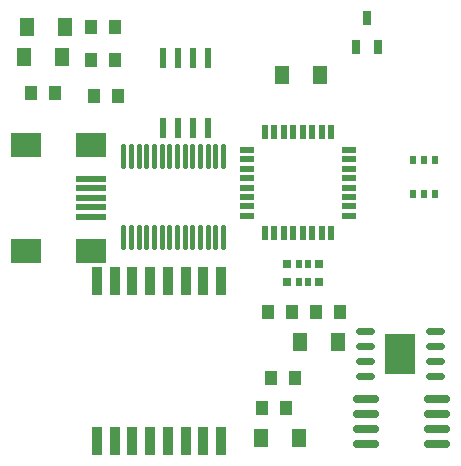
<source format=gtp>
G04 ---------------------------- Layer name :TOP PASTER LAYER*
G04 easyEDA 0.1*
G04 Scale: 100 percent, Rotated: No, Reflected: No *
G04 Dimensions in inches *
G04 leading zeros omitted , absolute positions ,2 integer and 4 * 
%FSLAX24Y24*%
%MOIN*%
G90*
G70D02*

%ADD11C,0.027559*%
%ADD12C,0.023622*%
%ADD13C,0.015748*%
%ADD15R,0.039370X0.049212*%
%ADD16R,0.029528X0.031496*%
%ADD17R,0.022835X0.031496*%
%ADD18R,0.098425X0.137790*%
%ADD19R,0.098400X0.019700*%
%ADD20R,0.098400X0.078700*%
%ADD21R,0.050000X0.022000*%
%ADD22R,0.022000X0.050000*%
%ADD23R,0.020100X0.031500*%
%ADD24R,0.020000X0.067000*%
%ADD25R,0.035433X0.094500*%
%ADD26R,0.051181X0.062992*%
%ADD27R,0.027559X0.049213*%

%LPD*%
G54D11*
G01X11554Y16700D02*
G01X12145Y16700D01*
G01X11554Y16200D02*
G01X12145Y16200D01*
G01X11554Y15700D02*
G01X12145Y15700D01*
G01X11554Y15200D02*
G01X12145Y15200D01*
G01X13934Y16700D02*
G01X14525Y16700D01*
G01X13934Y16200D02*
G01X14525Y16200D01*
G01X13934Y15700D02*
G01X14525Y15700D01*
G01X13934Y15200D02*
G01X14525Y15200D01*
G54D12*
G01X13973Y17450D02*
G01X14366Y17450D01*
G01X13973Y17950D02*
G01X14366Y17950D01*
G01X13973Y18450D02*
G01X14366Y18450D01*
G01X13973Y18950D02*
G01X14366Y18950D01*
G01X11633Y17450D02*
G01X12026Y17450D01*
G01X11633Y17950D02*
G01X12026Y17950D01*
G01X11633Y18450D02*
G01X12026Y18450D01*
G01X11633Y18950D02*
G01X12026Y18950D01*
G54D13*
G01X7100Y25134D02*
G01X7100Y24465D01*
G01X6844Y25134D02*
G01X6844Y24465D01*
G01X6588Y25134D02*
G01X6588Y24465D01*
G01X6332Y25134D02*
G01X6332Y24465D01*
G01X6076Y25134D02*
G01X6076Y24465D01*
G01X5821Y25134D02*
G01X5821Y24465D01*
G01X5565Y25134D02*
G01X5565Y24465D01*
G01X5309Y25134D02*
G01X5309Y24465D01*
G01X5053Y25134D02*
G01X5053Y24465D01*
G01X4796Y25134D02*
G01X4796Y24465D01*
G01X4540Y25134D02*
G01X4540Y24465D01*
G01X4284Y25134D02*
G01X4284Y24465D01*
G01X4030Y25134D02*
G01X4030Y24465D01*
G01X3773Y25134D02*
G01X3773Y24465D01*
G01X7100Y22418D02*
G01X7100Y21749D01*
G01X6844Y22418D02*
G01X6844Y21749D01*
G01X6588Y22418D02*
G01X6588Y21749D01*
G01X6332Y22418D02*
G01X6332Y21749D01*
G01X6076Y22418D02*
G01X6076Y21749D01*
G01X5821Y22418D02*
G01X5821Y21749D01*
G01X5565Y22418D02*
G01X5565Y21749D01*
G01X5309Y22418D02*
G01X5309Y21749D01*
G01X5053Y22418D02*
G01X5053Y21749D01*
G01X4796Y22418D02*
G01X4796Y21749D01*
G01X4540Y22418D02*
G01X4540Y21749D01*
G01X4284Y22418D02*
G01X4284Y21749D01*
G01X4030Y22418D02*
G01X4030Y21749D01*
G01X3773Y22418D02*
G01X3773Y21749D01*
G54D15*
G01X8705Y17400D03*
G01X9494Y17400D03*
G01X8405Y16400D03*
G01X9194Y16400D03*
G54D16*
G01X10300Y21200D03*
G01X10300Y20594D03*
G54D17*
G01X9926Y21200D03*
G01X9926Y20594D03*
G01X9611Y21200D03*
G01X9611Y20594D03*
G54D16*
G01X9238Y21200D03*
G01X9238Y20594D03*
G54D15*
G01X3494Y28000D03*
G01X2705Y28000D03*
G01X2805Y26800D03*
G01X3594Y26800D03*
G54D18*
G01X13000Y18200D03*
G54D19*
G01X2680Y23400D03*
G01X2680Y23709D03*
G01X2680Y22769D03*
G01X2680Y23090D03*
G54D20*
G01X519Y21630D03*
G01X519Y25169D03*
G01X2680Y21630D03*
G01X2680Y25169D03*
G54D19*
G01X2680Y24030D03*
G54D21*
G01X11289Y22800D03*
G01X11289Y23109D03*
G01X11289Y23430D03*
G01X11289Y23740D03*
G01X11289Y24059D03*
G01X11289Y24369D03*
G01X11289Y24690D03*
G01X11289Y25000D03*
G54D22*
G01X10700Y25590D03*
G01X10389Y25590D03*
G01X10069Y25590D03*
G01X9760Y25590D03*
G01X9440Y25590D03*
G01X9130Y25590D03*
G01X8809Y25590D03*
G01X8500Y25590D03*
G54D21*
G01X7909Y25000D03*
G01X7909Y24690D03*
G01X7909Y24369D03*
G01X7909Y24059D03*
G01X7909Y23740D03*
G01X7909Y23430D03*
G01X7909Y23109D03*
G01X7909Y22800D03*
G54D22*
G01X8500Y22209D03*
G01X8809Y22209D03*
G01X9130Y22209D03*
G01X9440Y22209D03*
G01X9760Y22209D03*
G01X10069Y22209D03*
G01X10389Y22209D03*
G01X10700Y22209D03*
G54D15*
G01X9394Y19600D03*
G01X8605Y19600D03*
G54D23*
G01X13430Y23530D03*
G01X13800Y23530D03*
G01X14169Y23530D03*
G01X14169Y24669D03*
G01X13800Y24669D03*
G01X13430Y24669D03*
G54D15*
G01X10206Y19600D03*
G01X10993Y19600D03*
G54D24*
G01X6600Y28069D03*
G01X6100Y28069D03*
G01X5600Y28069D03*
G01X5100Y28069D03*
G01X5100Y25719D03*
G01X5600Y25719D03*
G01X6100Y25719D03*
G01X6600Y25719D03*
G54D25*
G01X2894Y15300D03*
G01X3486Y15300D03*
G01X4076Y15300D03*
G01X4667Y15300D03*
G01X5257Y15300D03*
G01X5848Y15300D03*
G01X6438Y15300D03*
G01X7028Y15300D03*
G01X2894Y20615D03*
G01X3486Y20615D03*
G01X4076Y20615D03*
G01X4667Y20615D03*
G01X5257Y20615D03*
G01X5848Y20615D03*
G01X6438Y20615D03*
G01X7028Y20615D03*
G54D15*
G01X705Y26900D03*
G01X1494Y26900D03*
G01X2705Y29100D03*
G01X3494Y29100D03*
G54D26*
G01X9669Y18600D03*
G01X10930Y18600D03*
G01X469Y28100D03*
G01X1730Y28100D03*
G54D27*
G01X11900Y29392D03*
G01X12273Y28407D03*
G01X11526Y28407D03*
G54D26*
G01X8376Y15400D03*
G01X9635Y15400D03*
G01X569Y29100D03*
G01X1830Y29100D03*
G01X9069Y27500D03*
G01X10330Y27500D03*

M00*
M02*
</source>
